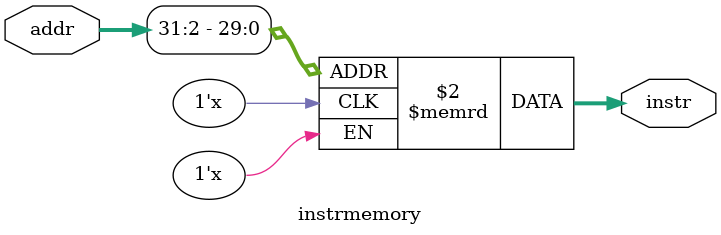
<source format=v>
module instrmemory(
    input[31:0] addr,
    output[31:0] instr
);
    reg [31:0]instruction[63:0];
    //declare instructions here
    always @(*)begin
        instr<=instruction[addr[31:2]];
    end
endmodule
</source>
